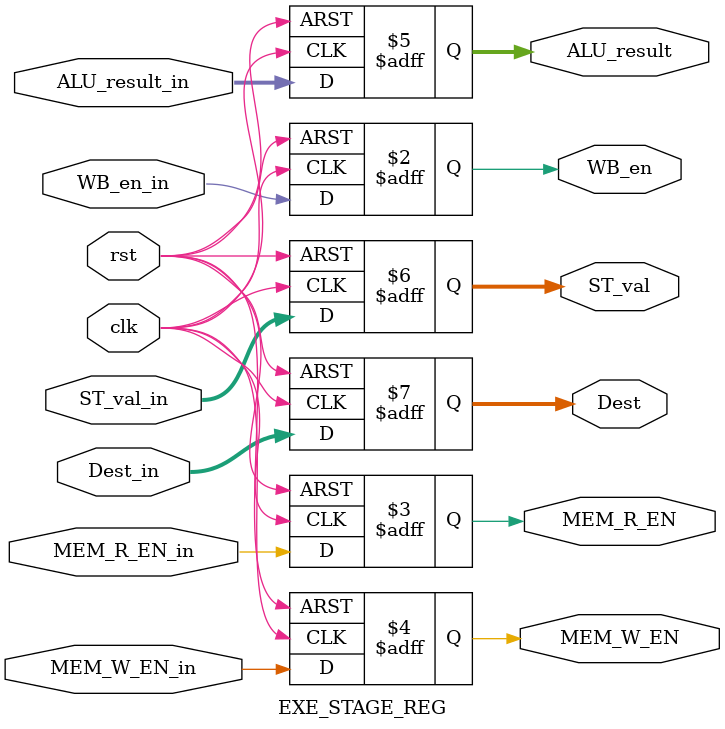
<source format=v>
`timescale 1ns/1ns

module EXE_STAGE_REG (
  input clk, rst, WB_en_in, MEM_R_EN_in, MEM_W_EN_in,
  input [31:0] ALU_result_in, ST_val_in,
	input [3:0] Dest_in,
  
	output reg WB_en, MEM_R_EN, MEM_W_EN,
	output reg [31:0] ALU_result, ST_val,
	output reg [3:0] Dest
  );

	always @(posedge clk, posedge rst) begin
    if (rst) begin
			WB_en <= 0;
			MEM_R_EN <= 0;
			MEM_W_EN <= 0;
      ALU_result <= 32'b0;
      ST_val <= 32'b0;
			Dest <= 4'b0;
    end
    else begin
      WB_en <= WB_en_in;
			MEM_R_EN <= MEM_R_EN_in;
			MEM_W_EN <= MEM_W_EN_in;
      ALU_result <= ALU_result_in;
      ST_val <= ST_val_in;
			Dest <= Dest_in;
    end
  end
endmodule
</source>
